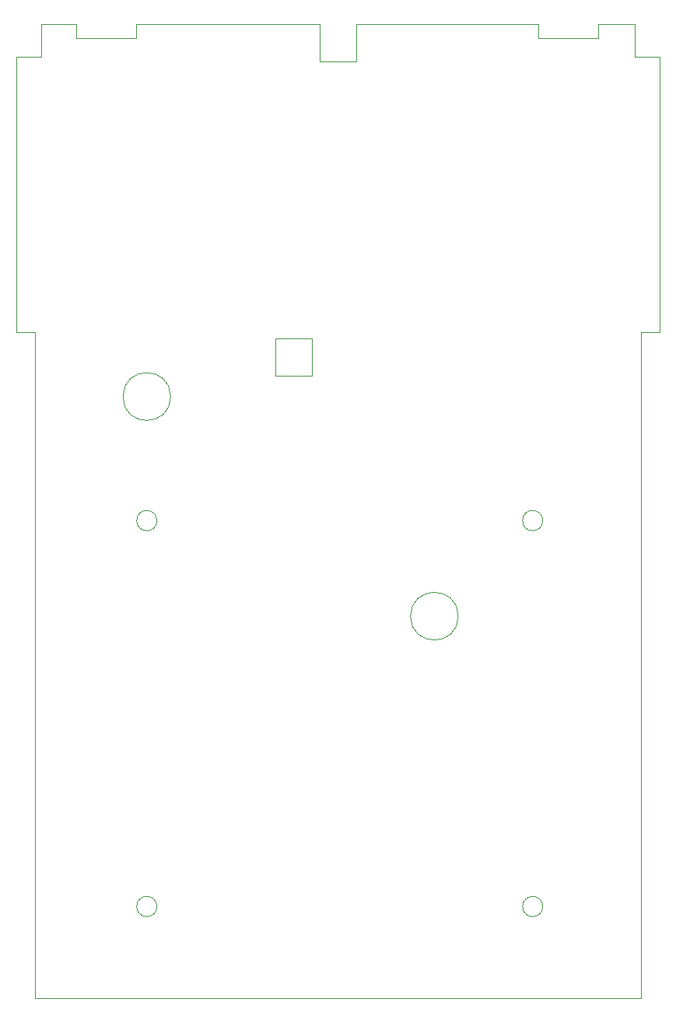
<source format=gbr>
G04 #@! TF.GenerationSoftware,KiCad,Pcbnew,5.1.5+dfsg1-2build2*
G04 #@! TF.CreationDate,2021-11-12T20:57:27+00:00*
G04 #@! TF.ProjectId,psion-org2-main,7073696f-6e2d-46f7-9267-322d6d61696e,rev?*
G04 #@! TF.SameCoordinates,Original*
G04 #@! TF.FileFunction,Profile,NP*
%FSLAX46Y46*%
G04 Gerber Fmt 4.6, Leading zero omitted, Abs format (unit mm)*
G04 Created by KiCad (PCBNEW 5.1.5+dfsg1-2build2) date 2021-11-12 20:57:27*
%MOMM*%
%LPD*%
G04 APERTURE LIST*
%ADD10C,0.050000*%
G04 APERTURE END LIST*
D10*
X195100000Y-55700000D02*
X175300000Y-55700000D01*
X205600000Y-55700000D02*
X201600000Y-55700000D01*
X195100000Y-57200000D02*
X195100000Y-55700000D01*
X201600000Y-57200000D02*
X195100000Y-57200000D01*
X201600000Y-55700000D02*
X201600000Y-57200000D01*
X171300000Y-55700000D02*
X151300000Y-55700000D01*
X141000000Y-55700000D02*
X144800000Y-55700000D01*
X151300000Y-57200000D02*
X151300000Y-55700000D01*
X144800000Y-57200000D02*
X151300000Y-57200000D01*
X144800000Y-55700000D02*
X144800000Y-57200000D01*
X195600000Y-151700000D02*
G75*
G03X195600000Y-151700000I-1100000J0D01*
G01*
X153600000Y-151700000D02*
G75*
G03X153600000Y-151700000I-1100000J0D01*
G01*
X195600000Y-109700000D02*
G75*
G03X195600000Y-109700000I-1100000J0D01*
G01*
X153600000Y-109700000D02*
G75*
G03X153600000Y-109700000I-1100000J0D01*
G01*
X155100000Y-96200000D02*
G75*
G03X155100000Y-96200000I-2600000J0D01*
G01*
X186400000Y-120100000D02*
G75*
G03X186400000Y-120100000I-2600000J0D01*
G01*
X166500000Y-93900000D02*
X166500000Y-89900000D01*
X170500000Y-93900000D02*
X166500000Y-93900000D01*
X170500000Y-89900000D02*
X170500000Y-93900000D01*
X166500000Y-89900000D02*
X170500000Y-89900000D01*
X175300000Y-59700000D02*
X171300000Y-59700000D01*
X175300000Y-55700000D02*
X175300000Y-59700000D01*
X205600000Y-59200000D02*
X205600000Y-55700000D01*
X171300000Y-55700000D02*
X171300000Y-59700000D01*
X208300000Y-59200000D02*
X205600000Y-59200000D01*
X208300000Y-89200000D02*
X208300000Y-59200000D01*
X206300000Y-89200000D02*
X208300000Y-89200000D01*
X141000000Y-59200000D02*
X141000000Y-55700000D01*
X138300000Y-59200000D02*
X141000000Y-59200000D01*
X138300000Y-89200000D02*
X138300000Y-59200000D01*
X140300000Y-89200000D02*
X138300000Y-89200000D01*
X206300000Y-161700000D02*
X206300000Y-89200000D01*
X140300000Y-161700000D02*
X206300000Y-161700000D01*
X140300000Y-89200000D02*
X140300000Y-161700000D01*
M02*

</source>
